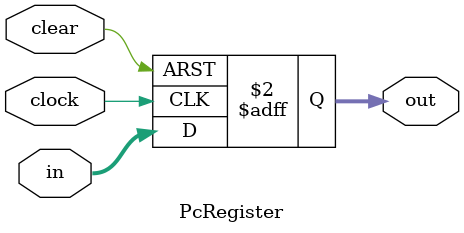
<source format=v>
module PcRegister(input clock,
					input clear,
					input[31:0] in,
					output reg[31:0] out);

	// The initial value for the PC register is 0x400000;
	always @(posedge clear, negedge clock)
		if (clear)
			out = 32'h00400000;
		else
			out = in;
endmodule

</source>
